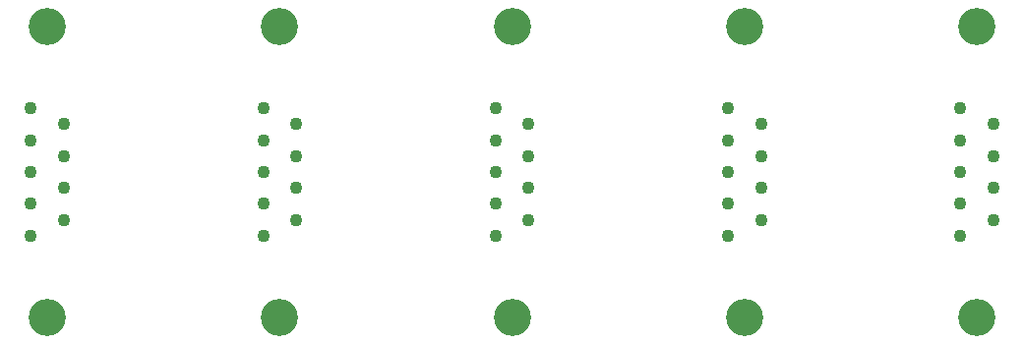
<source format=gbr>
%TF.GenerationSoftware,Altium Limited,Altium Designer,21.2.2 (38)*%
G04 Layer_Color=0*
%FSLAX45Y45*%
%MOMM*%
%TF.SameCoordinates,908A5498-0BB4-4271-8F68-DE63ACD0DB91*%
%TF.FilePolarity,Positive*%
%TF.FileFunction,Plated,1,2,PTH,Drill*%
%TF.Part,Single*%
G01*
G75*
%TA.AperFunction,ComponentDrill*%
%ADD15C,1.10000*%
%TA.AperFunction,ViaDrill,NotFilled*%
%ADD16C,3.20000*%
D15*
X8857760Y2548640D02*
D03*
Y2274320D02*
D03*
Y2000000D02*
D03*
Y1725680D02*
D03*
Y1451360D02*
D03*
X9142240Y2411480D02*
D03*
Y2137160D02*
D03*
Y1862840D02*
D03*
Y1588520D02*
D03*
X6857760Y2548640D02*
D03*
Y2274320D02*
D03*
Y2000000D02*
D03*
Y1725680D02*
D03*
Y1451360D02*
D03*
X7142240Y2411480D02*
D03*
Y2137160D02*
D03*
Y1862840D02*
D03*
Y1588520D02*
D03*
X4857760Y2548640D02*
D03*
Y2274320D02*
D03*
Y2000000D02*
D03*
Y1725680D02*
D03*
Y1451360D02*
D03*
X5142240Y2411480D02*
D03*
Y2137160D02*
D03*
Y1862840D02*
D03*
Y1588520D02*
D03*
X2857760Y2548640D02*
D03*
Y2274320D02*
D03*
Y2000000D02*
D03*
Y1725680D02*
D03*
Y1451360D02*
D03*
X3142240Y2411480D02*
D03*
Y2137160D02*
D03*
Y1862840D02*
D03*
Y1588520D02*
D03*
X857760Y2548640D02*
D03*
Y2274320D02*
D03*
Y2000000D02*
D03*
Y1725680D02*
D03*
Y1451360D02*
D03*
X1142240Y2411480D02*
D03*
Y2137160D02*
D03*
Y1862840D02*
D03*
Y1588520D02*
D03*
D16*
X9000000Y3249680D02*
D03*
Y749680D02*
D03*
X7000000Y3249680D02*
D03*
Y749680D02*
D03*
X5000000Y3249680D02*
D03*
Y749680D02*
D03*
X3000000Y3249680D02*
D03*
Y749680D02*
D03*
X1000000Y3249680D02*
D03*
Y749680D02*
D03*
%TF.MD5,1d84092a913fe145e1907147ce38b172*%
M02*

</source>
